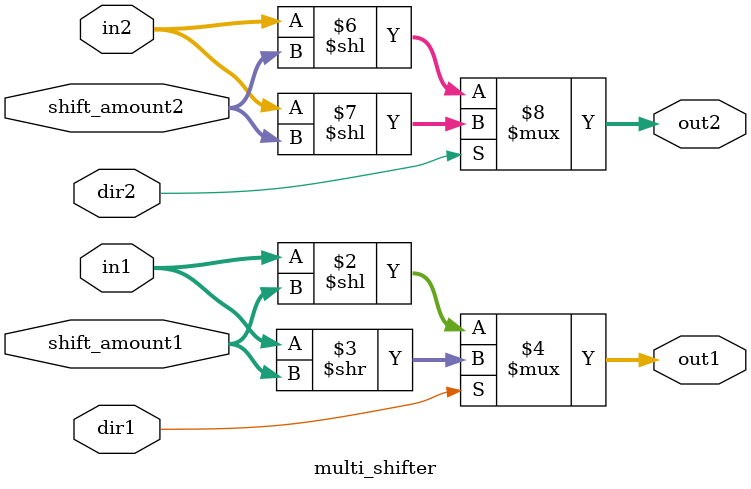
<source format=v>


module multi_shifter #(

    parameter WIDTH1 = 8,
    parameter WIDTH2 = 16

    )

    (
        input [WIDTH1-1 :0]in1,
        input [WIDTH2-1:0]in2,
        input [2:0]shift_amount1,
        input [2:0]shift_amount2,
        input dir1,dir2,
        output [WIDTH1-1:0] out1,
        output [WIDTH2-1:0] out2
        
    );

    generate
        if(WIDTH1 == 8)begin
            assign out1 = (dir1 == 0) ? (in1 << shift_amount1) : (in1 >> shift_amount1);
        end
        if(WIDTH2 == 16)begin
            assign out2 = (dir2 == 0) ? (in2 << shift_amount2) : (in2 << shift_amount2);
        end
    endgenerate
endmodule

</source>
